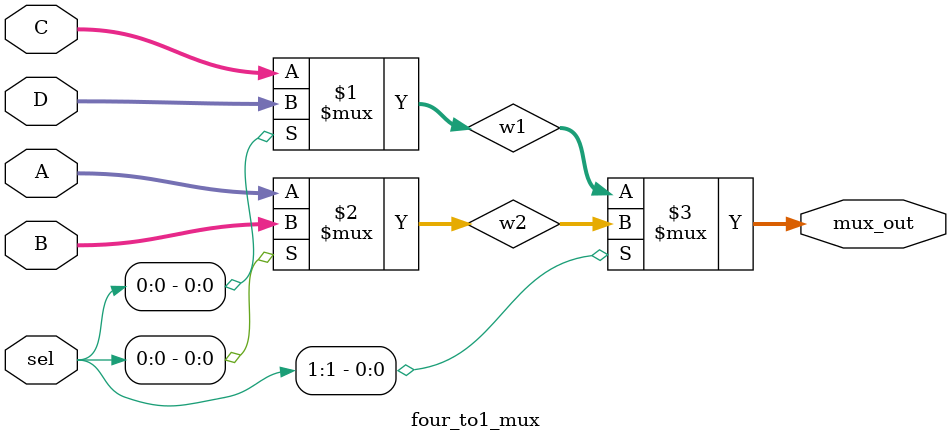
<source format=v>
module four_to1_mux (A, B, C, D, sel, mux_out);
input [2:0] A, B, C, D;
input [1:0] sel;
output [2:0] mux_out;


wire [2:0] w1, w2;

assign w1 = sel[0] ? D : C;
assign w2 = sel[0] ? B : A;
assign mux_out = sel[1] ? w2 : w1;


endmodule


</source>
